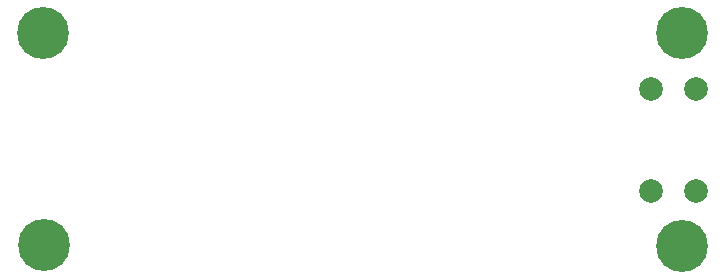
<source format=gbr>
%TF.GenerationSoftware,KiCad,Pcbnew,8.0.5*%
%TF.CreationDate,2024-11-27T10:58:11-07:00*%
%TF.ProjectId,PS2 PSU,50533220-5053-4552-9e6b-696361645f70,rev?*%
%TF.SameCoordinates,Original*%
%TF.FileFunction,Soldermask,Bot*%
%TF.FilePolarity,Negative*%
%FSLAX46Y46*%
G04 Gerber Fmt 4.6, Leading zero omitted, Abs format (unit mm)*
G04 Created by KiCad (PCBNEW 8.0.5) date 2024-11-27 10:58:11*
%MOMM*%
%LPD*%
G01*
G04 APERTURE LIST*
%ADD10C,0.700000*%
%ADD11C,4.400000*%
%ADD12C,2.010000*%
G04 APERTURE END LIST*
D10*
%TO.C,REF\u002A\u002A*%
X196350000Y-81825000D03*
X196833274Y-80658274D03*
X196833274Y-82991726D03*
X198000000Y-80175000D03*
D11*
X198000000Y-81825000D03*
D10*
X198000000Y-83475000D03*
X199166726Y-80658274D03*
X199166726Y-82991726D03*
X199650000Y-81825000D03*
%TD*%
D12*
%TO.C,J1*%
X195377000Y-86555000D03*
X199177000Y-86555000D03*
X199177000Y-95195000D03*
X195377000Y-95195000D03*
%TD*%
D10*
%TO.C,REF\u002A\u002A*%
X142275000Y-81850000D03*
X142758274Y-80683274D03*
X142758274Y-83016726D03*
X143925000Y-80200000D03*
D11*
X143925000Y-81850000D03*
D10*
X143925000Y-83500000D03*
X145091726Y-80683274D03*
X145091726Y-83016726D03*
X145575000Y-81850000D03*
%TD*%
%TO.C,REF\u002A\u002A*%
X142300000Y-99800000D03*
X142783274Y-98633274D03*
X142783274Y-100966726D03*
X143950000Y-98150000D03*
D11*
X143950000Y-99800000D03*
D10*
X143950000Y-101450000D03*
X145116726Y-98633274D03*
X145116726Y-100966726D03*
X145600000Y-99800000D03*
%TD*%
%TO.C,REF\u002A\u002A*%
X196325000Y-99900000D03*
X196808274Y-98733274D03*
X196808274Y-101066726D03*
X197975000Y-98250000D03*
D11*
X197975000Y-99900000D03*
D10*
X197975000Y-101550000D03*
X199141726Y-98733274D03*
X199141726Y-101066726D03*
X199625000Y-99900000D03*
%TD*%
M02*

</source>
